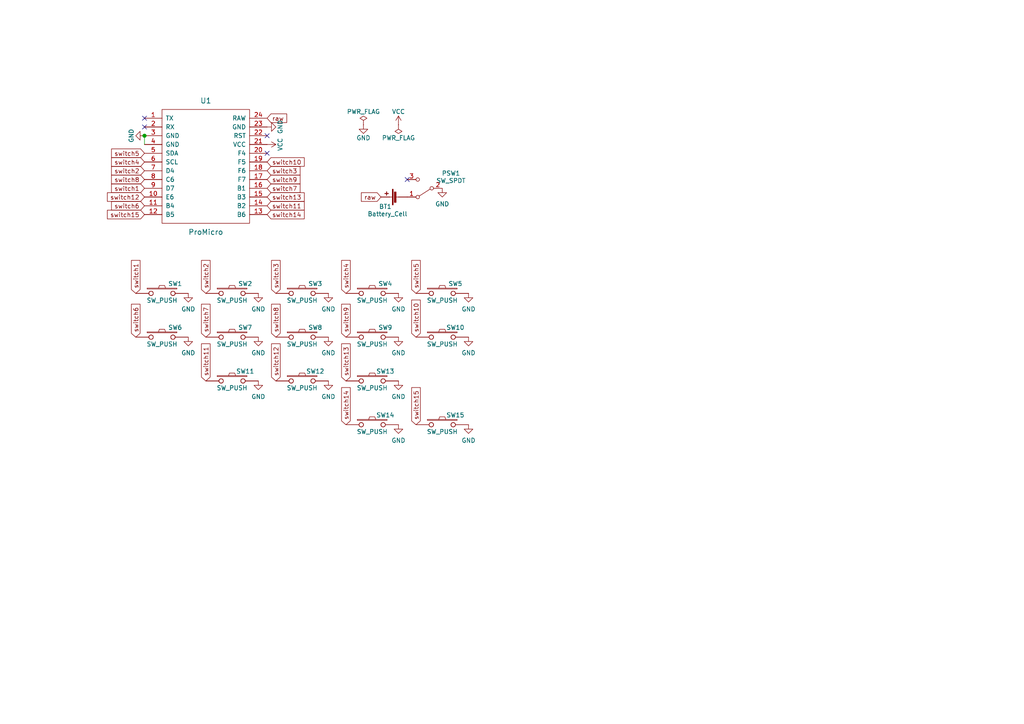
<source format=kicad_sch>
(kicad_sch (version 20210621) (generator eeschema)
  (paper "A4")
  (title_block (title "Midge") (date "2021-09-20") (rev "0.2.1") (company "jmnw"))
  (lib_symbols
    (symbol "Device:Battery_Cell" (pin_numbers hide) (pin_names (offset 0) hide)
      (property "Reference" "BT" (at 2.54 2.54 0))
      (property "Value" "Battery_Cell" (at 2.54 0 0))
      (symbol "Battery_Cell_0_1"
        (rectangle (start -2.286 1.778) (end 2.286 1.524) (fill (type outline)))
        (rectangle (start -1.5748 1.1938) (end 1.4732 0.6858) (fill (type outline)))
        (polyline (pts (xy 0 0.762) (xy 0 0)))
        (polyline (pts (xy 0 1.778) (xy 0 2.54)))
        (polyline (pts (xy 0.508 3.429) (xy 1.524 3.429)) (stroke (width 0.254)))
        (polyline (pts (xy 1.016 3.937) (xy 1.016 2.921)) (stroke (width 0.254)))
      )
      (symbol "Battery_Cell_1_1"
        (pin passive line (at 0 5.08 270) (length 2.54) (name "+") (number "1"))
        (pin passive line (at 0 -2.54 90) (length 2.54) (name "-") (number "2"))
      )
    )
    (symbol "Switch:SW_SPDT" (pin_names (offset 0) hide)
      (property "Reference" "SW" (at 0 4.318 0))
      (property "Value" "SW_SPDT" (at 0 -5.08 0))
      (symbol "SW_SPDT_0_0"
        (circle (center -2.032 0) (radius 0.508))
        (circle (center 2.032 -2.54) (radius 0.508))
      )
      (symbol "SW_SPDT_0_1"
        (circle (center 2.032 2.54) (radius 0.508))
        (polyline (pts (xy -1.524 0.254) (xy 1.651 2.286)))
      )
      (symbol "SW_SPDT_1_1"
        (pin passive line (at 5.08 2.54 180) (length 2.54) (name "A") (number "1"))
        (pin passive line (at -5.08 0 0) (length 2.54) (name "B") (number "2"))
        (pin passive line (at 5.08 -2.54 180) (length 2.54) (name "C") (number "3"))
      )
    )
    (symbol "bugs:ProMicro-kbd" (pin_names (offset 1.016))
      (property "Reference" "U" (at 0 24.13 0))
      (property "Value" "ProMicro-kbd" (at 0 -13.97 0))
      (symbol "ProMicro-kbd_0_1"
        (rectangle (start -12.7 21.59) (end 12.7 -11.43))
      )
      (symbol "ProMicro-kbd_1_1"
        (pin bidirectional line (at -17.78 19.05 0) (length 5.08) (name "TX") (number "1"))
        (pin bidirectional line (at -17.78 -3.81 0) (length 5.08) (name "E6") (number "10"))
        (pin bidirectional line (at -17.78 -6.35 0) (length 5.08) (name "B4") (number "11"))
        (pin bidirectional line (at -17.78 -8.89 0) (length 5.08) (name "B5") (number "12"))
        (pin bidirectional line (at 17.78 -8.89 180) (length 5.08) (name "B6") (number "13"))
        (pin bidirectional line (at 17.78 -6.35 180) (length 5.08) (name "B2") (number "14"))
        (pin bidirectional line (at 17.78 -3.81 180) (length 5.08) (name "B3") (number "15"))
        (pin bidirectional line (at 17.78 -1.27 180) (length 5.08) (name "B1") (number "16"))
        (pin bidirectional line (at 17.78 1.27 180) (length 5.08) (name "F7") (number "17"))
        (pin bidirectional line (at 17.78 3.81 180) (length 5.08) (name "F6") (number "18"))
        (pin bidirectional line (at 17.78 6.35 180) (length 5.08) (name "F5") (number "19"))
        (pin bidirectional line (at -17.78 16.51 0) (length 5.08) (name "RX") (number "2"))
        (pin bidirectional line (at 17.78 8.89 180) (length 5.08) (name "F4") (number "20"))
        (pin power_in line (at 17.78 11.43 180) (length 5.08) (name "VCC") (number "21"))
        (pin input line (at 17.78 13.97 180) (length 5.08) (name "RST") (number "22"))
        (pin power_in line (at 17.78 16.51 180) (length 5.08) (name "GND") (number "23"))
        (pin power_out line (at 17.78 19.05 180) (length 5.08) (name "RAW") (number "24"))
        (pin power_in line (at -17.78 13.97 0) (length 5.08) (name "GND") (number "3"))
        (pin power_in line (at -17.78 11.43 0) (length 5.08) (name "GND") (number "4"))
        (pin bidirectional line (at -17.78 8.89 0) (length 5.08) (name "SDA") (number "5"))
        (pin bidirectional line (at -17.78 6.35 0) (length 5.08) (name "SCL") (number "6"))
        (pin bidirectional line (at -17.78 3.81 0) (length 5.08) (name "D4") (number "7"))
        (pin bidirectional line (at -17.78 1.27 0) (length 5.08) (name "C6") (number "8"))
        (pin bidirectional line (at -17.78 -1.27 0) (length 5.08) (name "D7") (number "9"))
      )
    )
    (symbol "bugs:SW_PUSH-kbd" (pin_numbers hide) (pin_names (offset 1.016) hide)
      (property "Reference" "SW" (at 3.81 2.794 0))
      (property "Value" "SW_PUSH-kbd" (at 0 -2.032 0))
      (symbol "SW_PUSH-kbd_0_1"
        (rectangle (start -4.318 1.27) (end 4.318 1.524))
        (polyline (pts (xy -1.016 1.524) (xy -0.762 2.286) (xy 0.762 2.286) (xy 1.016 1.524)))
        (pin passive inverted (at -7.62 0 0) (length 5.08) (name "1") (number "1"))
        (pin passive inverted (at 7.62 0 180) (length 5.08) (name "2") (number "2"))
      )
    )
    (symbol "knott:SW_PUSH-kbd" (pin_numbers hide) (pin_names (offset 1.016) hide)
      (property "Reference" "SW" (at 3.81 2.794 0))
      (property "Value" "SW_PUSH-kbd" (at 0 -2.032 0))
      (symbol "SW_PUSH-kbd_0_1"
        (rectangle (start -4.318 1.27) (end 4.318 1.524))
        (polyline (pts (xy -1.016 1.524) (xy -0.762 2.286) (xy 0.762 2.286) (xy 1.016 1.524)))
        (pin passive inverted (at -7.62 0 0) (length 5.08) (name "1") (number "1"))
        (pin passive inverted (at 7.62 0 180) (length 5.08) (name "2") (number "2"))
      )
    )
    (symbol "power:GND" (power) (pin_names (offset 0))
      (property "Value" "GND" (at 0 -3.81 0))
      (symbol "GND_0_1"
        (polyline (pts (xy 0 0) (xy 0 -1.27) (xy 1.27 -1.27) (xy 0 -2.54) (xy -1.27 -1.27) (xy 0 -1.27)))
      )
      (symbol "GND_1_1"
        (pin power_in line (at 0 0 270) (length 0) hide (name "GND") (number "1"))
      )
    )
    (symbol "power:PWR_FLAG" (power) (pin_numbers hide) (pin_names (offset 0) hide)
      (property "Value" "PWR_FLAG" (at 0 3.81 0))
      (symbol "PWR_FLAG_0_0"
        (pin power_out line (at 0 0 90) (length 0) (name "pwr") (number "1"))
      )
      (symbol "PWR_FLAG_0_1"
        (polyline (pts (xy 0 0) (xy 0 1.27) (xy -1.016 1.905) (xy 0 2.54) (xy 1.016 1.905) (xy 0 1.27)))
      )
    )
    (symbol "power:VCC" (power) (pin_names (offset 0))
      (property "Value" "VCC" (at 0 3.81 0))
      (symbol "VCC_0_1"
        (polyline (pts (xy -0.762 1.27) (xy 0 2.54)))
        (polyline (pts (xy 0 0) (xy 0 2.54)))
        (polyline (pts (xy 0 2.54) (xy 0.762 1.27)))
      )
      (symbol "VCC_1_1"
        (pin power_in line (at 0 0 90) (length 0) hide (name "VCC") (number "1"))
      )
    )
  )
  (junction (at 41.91 39.37) (diameter 1.016))
  (no_connect (at 41.91 34.29))
  (no_connect (at 41.91 36.83))
  (no_connect (at 77.47 39.37))
  (no_connect (at 77.47 44.45))
  (no_connect (at 118.11 52.07))
  (wire (pts (xy 41.91 39.37) (xy 41.91 41.91)))
  (global_label "switch1" (shape input) (at 39.37 85.09 90) (property "Intersheet References" "${INTERSHEET_REFS}" (effects hide)))
  (global_label "switch6" (shape input) (at 39.37 97.79 90) (property "Intersheet References" "${INTERSHEET_REFS}" (effects hide)))
  (global_label "switch5" (shape input) (at 41.91 44.45 180) (property "Intersheet References" "${INTERSHEET_REFS}" (effects hide)))
  (global_label "switch4" (shape input) (at 41.91 46.99 180) (property "Intersheet References" "${INTERSHEET_REFS}" (effects hide)))
  (global_label "switch2" (shape input) (at 41.91 49.53 180) (property "Intersheet References" "${INTERSHEET_REFS}" (effects hide)))
  (global_label "switch8" (shape input) (at 41.91 52.07 180) (property "Intersheet References" "${INTERSHEET_REFS}" (effects hide)))
  (global_label "switch1" (shape input) (at 41.91 54.61 180) (property "Intersheet References" "${INTERSHEET_REFS}" (effects hide)))
  (global_label "switch12" (shape input) (at 41.91 57.15 180) (property "Intersheet References" "${INTERSHEET_REFS}" (effects hide)))
  (global_label "switch6" (shape input) (at 41.91 59.69 180) (property "Intersheet References" "${INTERSHEET_REFS}" (effects hide)))
  (global_label "switch15" (shape input) (at 41.91 62.23 180) (property "Intersheet References" "${INTERSHEET_REFS}" (effects hide)))
  (global_label "switch2" (shape input) (at 59.69 85.09 90) (property "Intersheet References" "${INTERSHEET_REFS}" (effects hide)))
  (global_label "switch7" (shape input) (at 59.69 97.79 90) (property "Intersheet References" "${INTERSHEET_REFS}" (effects hide)))
  (global_label "switch11" (shape input) (at 59.69 110.49 90) (property "Intersheet References" "${INTERSHEET_REFS}" (effects hide)))
  (global_label "raw" (shape input) (at 77.47 34.29 0) (property "Intersheet References" "${INTERSHEET_REFS}" (effects hide)))
  (global_label "switch10" (shape input) (at 77.47 46.99 0) (property "Intersheet References" "${INTERSHEET_REFS}" (effects hide)))
  (global_label "switch3" (shape input) (at 77.47 49.53 0) (property "Intersheet References" "${INTERSHEET_REFS}" (effects hide)))
  (global_label "switch9" (shape input) (at 77.47 52.07 0) (property "Intersheet References" "${INTERSHEET_REFS}" (effects hide)))
  (global_label "switch7" (shape input) (at 77.47 54.61 0) (property "Intersheet References" "${INTERSHEET_REFS}" (effects hide)))
  (global_label "switch13" (shape input) (at 77.47 57.15 0) (property "Intersheet References" "${INTERSHEET_REFS}" (effects hide)))
  (global_label "switch11" (shape input) (at 77.47 59.69 0) (property "Intersheet References" "${INTERSHEET_REFS}" (effects hide)))
  (global_label "switch14" (shape input) (at 77.47 62.23 0) (property "Intersheet References" "${INTERSHEET_REFS}" (effects hide)))
  (global_label "switch3" (shape input) (at 80.01 85.09 90) (property "Intersheet References" "${INTERSHEET_REFS}" (effects hide)))
  (global_label "switch8" (shape input) (at 80.01 97.79 90) (property "Intersheet References" "${INTERSHEET_REFS}" (effects hide)))
  (global_label "switch12" (shape input) (at 80.01 110.49 90) (property "Intersheet References" "${INTERSHEET_REFS}" (effects hide)))
  (global_label "switch4" (shape input) (at 100.33 85.09 90) (property "Intersheet References" "${INTERSHEET_REFS}" (effects hide)))
  (global_label "switch9" (shape input) (at 100.33 97.79 90) (property "Intersheet References" "${INTERSHEET_REFS}" (effects hide)))
  (global_label "switch13" (shape input) (at 100.33 110.49 90) (property "Intersheet References" "${INTERSHEET_REFS}" (effects hide)))
  (global_label "switch14" (shape input) (at 100.33 123.19 90) (property "Intersheet References" "${INTERSHEET_REFS}" (effects hide)))
  (global_label "raw" (shape input) (at 110.49 57.15 180) (property "Intersheet References" "${INTERSHEET_REFS}" (effects hide)))
  (global_label "switch5" (shape input) (at 120.65 85.09 90) (property "Intersheet References" "${INTERSHEET_REFS}" (effects hide)))
  (global_label "switch10" (shape input) (at 120.65 97.79 90) (property "Intersheet References" "${INTERSHEET_REFS}" (effects hide)))
  (global_label "switch15" (shape input) (at 120.65 123.19 90) (property "Intersheet References" "${INTERSHEET_REFS}" (effects hide)))
  (symbol (lib_id "power:VCC") (at 77.47 41.91 270) (unit 1)
    (property "Reference" "#PWR023" (effects hide))
    (property "Value" "VCC" (at 81.28 41.91 0))
  )
  (symbol (lib_id "power:VCC") (at 115.57 36.195 0) (unit 1)
    (property "Reference" "#PWR04" (effects hide))
    (property "Value" "VCC" (at 115.57 32.385 0))
  )
  (symbol (lib_id "power:PWR_FLAG") (at 105.41 36.195 0) (unit 1)
    (property "Reference" "#FLG06" (effects hide))
    (property "Value" "PWR_FLAG" (at 105.41 32.385 0))
  )
  (symbol (lib_id "power:PWR_FLAG") (at 115.57 36.195 180) (unit 1)
    (property "Reference" "#FLG05" (effects hide))
    (property "Value" "PWR_FLAG" (at 115.57 40.005 0))
  )
  (symbol (lib_id "power:GND") (at 41.91 39.37 270) (unit 1)
    (property "Reference" "#PWR02" (effects hide))
    (property "Value" "GND" (at 38.1 39.37 0))
  )
  (symbol (lib_id "power:GND") (at 54.61 85.09 0) (unit 1)
    (property "Reference" "#PWR0105" (effects hide))
    (property "Value" "GND" (at 54.61 89.6526 0))
  )
  (symbol (lib_id "power:GND") (at 54.61 97.79 0) (unit 1)
    (property "Reference" "#PWR0107" (effects hide))
    (property "Value" "GND" (at 54.61 102.3526 0))
  )
  (symbol (lib_id "power:GND") (at 74.93 85.09 0) (unit 1)
    (property "Reference" "#PWR0104" (effects hide))
    (property "Value" "GND" (at 74.93 89.6526 0))
  )
  (symbol (lib_id "power:GND") (at 74.93 97.79 0) (unit 1)
    (property "Reference" "#PWR0103" (effects hide))
    (property "Value" "GND" (at 74.93 102.3526 0))
  )
  (symbol (lib_id "power:GND") (at 74.93 110.49 0) (unit 1)
    (property "Reference" "#PWR0102" (effects hide))
    (property "Value" "GND" (at 74.93 115.0526 0))
  )
  (symbol (lib_id "power:GND") (at 77.47 36.83 90) (unit 1)
    (property "Reference" "#PWR01" (effects hide))
    (property "Value" "GND" (at 81.28 36.83 0))
  )
  (symbol (lib_id "power:GND") (at 95.25 85.09 0) (unit 1)
    (property "Reference" "#PWR0114" (effects hide))
    (property "Value" "GND" (at 95.25 89.6526 0))
  )
  (symbol (lib_id "power:GND") (at 95.25 97.79 0) (unit 1)
    (property "Reference" "#PWR0117" (effects hide))
    (property "Value" "GND" (at 95.25 102.3526 0))
  )
  (symbol (lib_id "power:GND") (at 95.25 110.49 0) (unit 1)
    (property "Reference" "#PWR0116" (effects hide))
    (property "Value" "GND" (at 95.25 115.0526 0))
  )
  (symbol (lib_id "power:GND") (at 105.41 36.195 0) (unit 1)
    (property "Reference" "#PWR03" (effects hide))
    (property "Value" "GND" (at 105.41 40.005 0))
  )
  (symbol (lib_id "power:GND") (at 115.57 85.09 0) (unit 1)
    (property "Reference" "#PWR0108" (effects hide))
    (property "Value" "GND" (at 115.57 89.6526 0))
  )
  (symbol (lib_id "power:GND") (at 115.57 97.79 0) (unit 1)
    (property "Reference" "#PWR0109" (effects hide))
    (property "Value" "GND" (at 115.57 102.3526 0))
  )
  (symbol (lib_id "power:GND") (at 115.57 110.49 0) (unit 1)
    (property "Reference" "#PWR0115" (effects hide))
    (property "Value" "GND" (at 115.57 115.0526 0))
  )
  (symbol (lib_id "power:GND") (at 115.57 123.19 0) (unit 1)
    (property "Reference" "#PWR0112" (effects hide))
    (property "Value" "GND" (at 115.57 127.7526 0))
  )
  (symbol (lib_id "power:GND") (at 128.27 54.61 0) (unit 1)
    (property "Reference" "#PWR0101" (effects hide))
    (property "Value" "GND" (at 128.27 59.1726 0))
  )
  (symbol (lib_id "power:GND") (at 135.89 85.09 0) (unit 1)
    (property "Reference" "#PWR0110" (effects hide))
    (property "Value" "GND" (at 135.89 89.6526 0))
  )
  (symbol (lib_id "power:GND") (at 135.89 97.79 0) (unit 1)
    (property "Reference" "#PWR0111" (effects hide))
    (property "Value" "GND" (at 135.89 102.3526 0))
  )
  (symbol (lib_id "power:GND") (at 135.89 123.19 0) (unit 1)
    (property "Reference" "#PWR0113" (effects hide))
    (property "Value" "GND" (at 135.89 127.7526 0))
  )
  (symbol (lib_id "Device:Battery_Cell") (at 115.57 57.15 90) (unit 1)
    (property "Reference" "BT1" (at 111.76 59.9144 90))
    (property "Value" "Battery_Cell" (at 112.395 62.0545 90))
    (property "Footprint" "bugs:Battery_pads_reversible" (effects hide))
  )
  (symbol (lib_id "bugs:SW_PUSH-kbd") (at 46.99 85.09 0) (unit 1)
    (property "Reference" "SW1" (at 50.8 82.296 0))
    (property "Value" "SW_PUSH" (at 46.99 87.122 0))
    (property "Footprint" "bugs:Choc_reversible" (effects hide))
  )
  (symbol (lib_id "knott:SW_PUSH-kbd") (at 46.99 97.79 0) (unit 1)
    (property "Reference" "SW6" (at 50.8 94.996 0))
    (property "Value" "SW_PUSH" (at 46.99 99.822 0))
    (property "Footprint" "bugs:Choc_reversible" (effects hide))
  )
  (symbol (lib_id "knott:SW_PUSH-kbd") (at 67.31 85.09 0) (unit 1)
    (property "Reference" "SW2" (at 71.12 82.296 0))
    (property "Value" "SW_PUSH" (at 67.31 87.122 0))
    (property "Footprint" "bugs:Choc_reversible" (effects hide))
  )
  (symbol (lib_id "knott:SW_PUSH-kbd") (at 67.31 97.79 0) (unit 1)
    (property "Reference" "SW7" (at 71.12 94.996 0))
    (property "Value" "SW_PUSH" (at 67.31 99.822 0))
    (property "Footprint" "bugs:Choc_reversible" (effects hide))
  )
  (symbol (lib_id "knott:SW_PUSH-kbd") (at 67.31 110.49 0) (unit 1)
    (property "Reference" "SW11" (at 71.12 107.696 0))
    (property "Value" "SW_PUSH" (at 67.31 112.522 0))
    (property "Footprint" "bugs:Choc_reversible" (effects hide))
  )
  (symbol (lib_id "knott:SW_PUSH-kbd") (at 87.63 85.09 0) (unit 1)
    (property "Reference" "SW3" (at 91.44 82.296 0))
    (property "Value" "SW_PUSH" (at 87.63 87.122 0))
    (property "Footprint" "bugs:Choc_reversible" (effects hide))
  )
  (symbol (lib_id "knott:SW_PUSH-kbd") (at 87.63 97.79 0) (unit 1)
    (property "Reference" "SW8" (at 91.44 94.996 0))
    (property "Value" "SW_PUSH" (at 87.63 99.822 0))
    (property "Footprint" "bugs:Choc_reversible" (effects hide))
  )
  (symbol (lib_id "knott:SW_PUSH-kbd") (at 87.63 110.49 0) (unit 1)
    (property "Reference" "SW12" (at 91.44 107.696 0))
    (property "Value" "SW_PUSH" (at 87.63 112.522 0))
    (property "Footprint" "bugs:Choc_reversible" (effects hide))
  )
  (symbol (lib_id "knott:SW_PUSH-kbd") (at 107.95 85.09 0) (unit 1)
    (property "Reference" "SW4" (at 111.76 82.296 0))
    (property "Value" "SW_PUSH" (at 107.95 87.122 0))
    (property "Footprint" "bugs:Choc_reversible" (effects hide))
  )
  (symbol (lib_id "knott:SW_PUSH-kbd") (at 107.95 97.79 0) (unit 1)
    (property "Reference" "SW9" (at 111.76 94.996 0))
    (property "Value" "SW_PUSH" (at 107.95 99.822 0))
    (property "Footprint" "bugs:Choc_reversible" (effects hide))
  )
  (symbol (lib_id "knott:SW_PUSH-kbd") (at 107.95 110.49 0) (unit 1)
    (property "Reference" "SW13" (at 111.76 107.696 0))
    (property "Value" "SW_PUSH" (at 107.95 112.522 0))
    (property "Footprint" "bugs:Choc_reversible" (effects hide))
  )
  (symbol (lib_id "knott:SW_PUSH-kbd") (at 107.95 123.19 0) (unit 1)
    (property "Reference" "SW14" (at 111.76 120.396 0))
    (property "Value" "SW_PUSH" (at 107.95 125.222 0))
    (property "Footprint" "bugs:Choc_reversible" (effects hide))
  )
  (symbol (lib_id "knott:SW_PUSH-kbd") (at 128.27 85.09 0) (unit 1)
    (property "Reference" "SW5" (at 132.08 82.296 0))
    (property "Value" "SW_PUSH" (at 128.27 87.122 0))
    (property "Footprint" "bugs:Choc_reversible" (effects hide))
  )
  (symbol (lib_id "knott:SW_PUSH-kbd") (at 128.27 97.79 0) (unit 1)
    (property "Reference" "SW10" (at 132.08 94.996 0))
    (property "Value" "SW_PUSH" (at 128.27 99.822 0))
    (property "Footprint" "bugs:Choc_reversible" (effects hide))
  )
  (symbol (lib_id "knott:SW_PUSH-kbd") (at 128.27 123.19 0) (unit 1)
    (property "Reference" "SW15" (at 132.08 120.396 0))
    (property "Value" "SW_PUSH" (at 128.27 125.222 0))
    (property "Footprint" "bugs:Choc_reversible" (effects hide))
  )
  (symbol (lib_id "Switch:SW_SPDT") (at 123.19 54.61 180) (unit 1)
    (property "Reference" "PSW1" (at 130.81 50.2624 0))
    (property "Value" "SW_SPDT" (at 130.81 52.4025 0))
    (property "Footprint" "bugs:Power_reversible" (effects hide))
  )
  (symbol (lib_id "bugs:ProMicro-kbd") (at 59.69 53.34 0) (unit 1)
    (property "Reference" "U1" (at 59.69 29.21 0) (effects (font (size 1.524 1.524))))
    (property "Value" "ProMicro" (at 59.69 67.31 0) (effects (font (size 1.524 1.524))))
    (property "Footprint" "bugs:ProMicro_reversible" (effects hide))
  )
)
</source>
